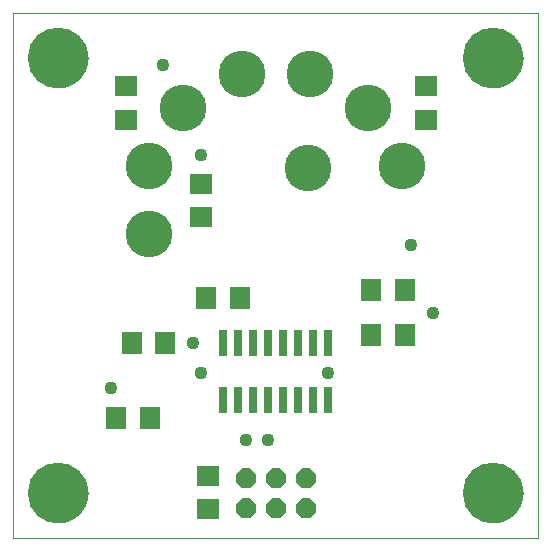
<source format=gts>
G75*
%MOIN*%
%OFA0B0*%
%FSLAX25Y25*%
%IPPOS*%
%LPD*%
%AMOC8*
5,1,8,0,0,1.08239X$1,22.5*
%
%ADD10C,0.00000*%
%ADD11C,0.20200*%
%ADD12R,0.07687X0.06899*%
%ADD13OC8,0.06600*%
%ADD14R,0.03000X0.08700*%
%ADD15R,0.06899X0.07687*%
%ADD16R,0.06899X0.07698*%
%ADD17R,0.07698X0.06899*%
%ADD18C,0.15600*%
%ADD19C,0.04362*%
D10*
X0001800Y0023933D02*
X0001800Y0198933D01*
X0176800Y0198933D01*
X0176800Y0023933D01*
X0001800Y0023933D01*
X0007000Y0038933D02*
X0007003Y0039174D01*
X0007012Y0039414D01*
X0007027Y0039654D01*
X0007047Y0039894D01*
X0007074Y0040133D01*
X0007106Y0040371D01*
X0007144Y0040608D01*
X0007188Y0040845D01*
X0007238Y0041080D01*
X0007294Y0041314D01*
X0007355Y0041547D01*
X0007422Y0041778D01*
X0007495Y0042007D01*
X0007573Y0042235D01*
X0007657Y0042460D01*
X0007746Y0042683D01*
X0007841Y0042904D01*
X0007941Y0043123D01*
X0008046Y0043339D01*
X0008157Y0043553D01*
X0008273Y0043763D01*
X0008394Y0043971D01*
X0008520Y0044176D01*
X0008652Y0044378D01*
X0008788Y0044576D01*
X0008929Y0044771D01*
X0009074Y0044962D01*
X0009224Y0045150D01*
X0009379Y0045334D01*
X0009539Y0045514D01*
X0009702Y0045690D01*
X0009870Y0045863D01*
X0010043Y0046031D01*
X0010219Y0046194D01*
X0010399Y0046354D01*
X0010583Y0046509D01*
X0010771Y0046659D01*
X0010962Y0046804D01*
X0011157Y0046945D01*
X0011355Y0047081D01*
X0011557Y0047213D01*
X0011762Y0047339D01*
X0011970Y0047460D01*
X0012180Y0047576D01*
X0012394Y0047687D01*
X0012610Y0047792D01*
X0012829Y0047892D01*
X0013050Y0047987D01*
X0013273Y0048076D01*
X0013498Y0048160D01*
X0013726Y0048238D01*
X0013955Y0048311D01*
X0014186Y0048378D01*
X0014419Y0048439D01*
X0014653Y0048495D01*
X0014888Y0048545D01*
X0015125Y0048589D01*
X0015362Y0048627D01*
X0015600Y0048659D01*
X0015839Y0048686D01*
X0016079Y0048706D01*
X0016319Y0048721D01*
X0016559Y0048730D01*
X0016800Y0048733D01*
X0017041Y0048730D01*
X0017281Y0048721D01*
X0017521Y0048706D01*
X0017761Y0048686D01*
X0018000Y0048659D01*
X0018238Y0048627D01*
X0018475Y0048589D01*
X0018712Y0048545D01*
X0018947Y0048495D01*
X0019181Y0048439D01*
X0019414Y0048378D01*
X0019645Y0048311D01*
X0019874Y0048238D01*
X0020102Y0048160D01*
X0020327Y0048076D01*
X0020550Y0047987D01*
X0020771Y0047892D01*
X0020990Y0047792D01*
X0021206Y0047687D01*
X0021420Y0047576D01*
X0021630Y0047460D01*
X0021838Y0047339D01*
X0022043Y0047213D01*
X0022245Y0047081D01*
X0022443Y0046945D01*
X0022638Y0046804D01*
X0022829Y0046659D01*
X0023017Y0046509D01*
X0023201Y0046354D01*
X0023381Y0046194D01*
X0023557Y0046031D01*
X0023730Y0045863D01*
X0023898Y0045690D01*
X0024061Y0045514D01*
X0024221Y0045334D01*
X0024376Y0045150D01*
X0024526Y0044962D01*
X0024671Y0044771D01*
X0024812Y0044576D01*
X0024948Y0044378D01*
X0025080Y0044176D01*
X0025206Y0043971D01*
X0025327Y0043763D01*
X0025443Y0043553D01*
X0025554Y0043339D01*
X0025659Y0043123D01*
X0025759Y0042904D01*
X0025854Y0042683D01*
X0025943Y0042460D01*
X0026027Y0042235D01*
X0026105Y0042007D01*
X0026178Y0041778D01*
X0026245Y0041547D01*
X0026306Y0041314D01*
X0026362Y0041080D01*
X0026412Y0040845D01*
X0026456Y0040608D01*
X0026494Y0040371D01*
X0026526Y0040133D01*
X0026553Y0039894D01*
X0026573Y0039654D01*
X0026588Y0039414D01*
X0026597Y0039174D01*
X0026600Y0038933D01*
X0026597Y0038692D01*
X0026588Y0038452D01*
X0026573Y0038212D01*
X0026553Y0037972D01*
X0026526Y0037733D01*
X0026494Y0037495D01*
X0026456Y0037258D01*
X0026412Y0037021D01*
X0026362Y0036786D01*
X0026306Y0036552D01*
X0026245Y0036319D01*
X0026178Y0036088D01*
X0026105Y0035859D01*
X0026027Y0035631D01*
X0025943Y0035406D01*
X0025854Y0035183D01*
X0025759Y0034962D01*
X0025659Y0034743D01*
X0025554Y0034527D01*
X0025443Y0034313D01*
X0025327Y0034103D01*
X0025206Y0033895D01*
X0025080Y0033690D01*
X0024948Y0033488D01*
X0024812Y0033290D01*
X0024671Y0033095D01*
X0024526Y0032904D01*
X0024376Y0032716D01*
X0024221Y0032532D01*
X0024061Y0032352D01*
X0023898Y0032176D01*
X0023730Y0032003D01*
X0023557Y0031835D01*
X0023381Y0031672D01*
X0023201Y0031512D01*
X0023017Y0031357D01*
X0022829Y0031207D01*
X0022638Y0031062D01*
X0022443Y0030921D01*
X0022245Y0030785D01*
X0022043Y0030653D01*
X0021838Y0030527D01*
X0021630Y0030406D01*
X0021420Y0030290D01*
X0021206Y0030179D01*
X0020990Y0030074D01*
X0020771Y0029974D01*
X0020550Y0029879D01*
X0020327Y0029790D01*
X0020102Y0029706D01*
X0019874Y0029628D01*
X0019645Y0029555D01*
X0019414Y0029488D01*
X0019181Y0029427D01*
X0018947Y0029371D01*
X0018712Y0029321D01*
X0018475Y0029277D01*
X0018238Y0029239D01*
X0018000Y0029207D01*
X0017761Y0029180D01*
X0017521Y0029160D01*
X0017281Y0029145D01*
X0017041Y0029136D01*
X0016800Y0029133D01*
X0016559Y0029136D01*
X0016319Y0029145D01*
X0016079Y0029160D01*
X0015839Y0029180D01*
X0015600Y0029207D01*
X0015362Y0029239D01*
X0015125Y0029277D01*
X0014888Y0029321D01*
X0014653Y0029371D01*
X0014419Y0029427D01*
X0014186Y0029488D01*
X0013955Y0029555D01*
X0013726Y0029628D01*
X0013498Y0029706D01*
X0013273Y0029790D01*
X0013050Y0029879D01*
X0012829Y0029974D01*
X0012610Y0030074D01*
X0012394Y0030179D01*
X0012180Y0030290D01*
X0011970Y0030406D01*
X0011762Y0030527D01*
X0011557Y0030653D01*
X0011355Y0030785D01*
X0011157Y0030921D01*
X0010962Y0031062D01*
X0010771Y0031207D01*
X0010583Y0031357D01*
X0010399Y0031512D01*
X0010219Y0031672D01*
X0010043Y0031835D01*
X0009870Y0032003D01*
X0009702Y0032176D01*
X0009539Y0032352D01*
X0009379Y0032532D01*
X0009224Y0032716D01*
X0009074Y0032904D01*
X0008929Y0033095D01*
X0008788Y0033290D01*
X0008652Y0033488D01*
X0008520Y0033690D01*
X0008394Y0033895D01*
X0008273Y0034103D01*
X0008157Y0034313D01*
X0008046Y0034527D01*
X0007941Y0034743D01*
X0007841Y0034962D01*
X0007746Y0035183D01*
X0007657Y0035406D01*
X0007573Y0035631D01*
X0007495Y0035859D01*
X0007422Y0036088D01*
X0007355Y0036319D01*
X0007294Y0036552D01*
X0007238Y0036786D01*
X0007188Y0037021D01*
X0007144Y0037258D01*
X0007106Y0037495D01*
X0007074Y0037733D01*
X0007047Y0037972D01*
X0007027Y0038212D01*
X0007012Y0038452D01*
X0007003Y0038692D01*
X0007000Y0038933D01*
X0007000Y0183933D02*
X0007003Y0184174D01*
X0007012Y0184414D01*
X0007027Y0184654D01*
X0007047Y0184894D01*
X0007074Y0185133D01*
X0007106Y0185371D01*
X0007144Y0185608D01*
X0007188Y0185845D01*
X0007238Y0186080D01*
X0007294Y0186314D01*
X0007355Y0186547D01*
X0007422Y0186778D01*
X0007495Y0187007D01*
X0007573Y0187235D01*
X0007657Y0187460D01*
X0007746Y0187683D01*
X0007841Y0187904D01*
X0007941Y0188123D01*
X0008046Y0188339D01*
X0008157Y0188553D01*
X0008273Y0188763D01*
X0008394Y0188971D01*
X0008520Y0189176D01*
X0008652Y0189378D01*
X0008788Y0189576D01*
X0008929Y0189771D01*
X0009074Y0189962D01*
X0009224Y0190150D01*
X0009379Y0190334D01*
X0009539Y0190514D01*
X0009702Y0190690D01*
X0009870Y0190863D01*
X0010043Y0191031D01*
X0010219Y0191194D01*
X0010399Y0191354D01*
X0010583Y0191509D01*
X0010771Y0191659D01*
X0010962Y0191804D01*
X0011157Y0191945D01*
X0011355Y0192081D01*
X0011557Y0192213D01*
X0011762Y0192339D01*
X0011970Y0192460D01*
X0012180Y0192576D01*
X0012394Y0192687D01*
X0012610Y0192792D01*
X0012829Y0192892D01*
X0013050Y0192987D01*
X0013273Y0193076D01*
X0013498Y0193160D01*
X0013726Y0193238D01*
X0013955Y0193311D01*
X0014186Y0193378D01*
X0014419Y0193439D01*
X0014653Y0193495D01*
X0014888Y0193545D01*
X0015125Y0193589D01*
X0015362Y0193627D01*
X0015600Y0193659D01*
X0015839Y0193686D01*
X0016079Y0193706D01*
X0016319Y0193721D01*
X0016559Y0193730D01*
X0016800Y0193733D01*
X0017041Y0193730D01*
X0017281Y0193721D01*
X0017521Y0193706D01*
X0017761Y0193686D01*
X0018000Y0193659D01*
X0018238Y0193627D01*
X0018475Y0193589D01*
X0018712Y0193545D01*
X0018947Y0193495D01*
X0019181Y0193439D01*
X0019414Y0193378D01*
X0019645Y0193311D01*
X0019874Y0193238D01*
X0020102Y0193160D01*
X0020327Y0193076D01*
X0020550Y0192987D01*
X0020771Y0192892D01*
X0020990Y0192792D01*
X0021206Y0192687D01*
X0021420Y0192576D01*
X0021630Y0192460D01*
X0021838Y0192339D01*
X0022043Y0192213D01*
X0022245Y0192081D01*
X0022443Y0191945D01*
X0022638Y0191804D01*
X0022829Y0191659D01*
X0023017Y0191509D01*
X0023201Y0191354D01*
X0023381Y0191194D01*
X0023557Y0191031D01*
X0023730Y0190863D01*
X0023898Y0190690D01*
X0024061Y0190514D01*
X0024221Y0190334D01*
X0024376Y0190150D01*
X0024526Y0189962D01*
X0024671Y0189771D01*
X0024812Y0189576D01*
X0024948Y0189378D01*
X0025080Y0189176D01*
X0025206Y0188971D01*
X0025327Y0188763D01*
X0025443Y0188553D01*
X0025554Y0188339D01*
X0025659Y0188123D01*
X0025759Y0187904D01*
X0025854Y0187683D01*
X0025943Y0187460D01*
X0026027Y0187235D01*
X0026105Y0187007D01*
X0026178Y0186778D01*
X0026245Y0186547D01*
X0026306Y0186314D01*
X0026362Y0186080D01*
X0026412Y0185845D01*
X0026456Y0185608D01*
X0026494Y0185371D01*
X0026526Y0185133D01*
X0026553Y0184894D01*
X0026573Y0184654D01*
X0026588Y0184414D01*
X0026597Y0184174D01*
X0026600Y0183933D01*
X0026597Y0183692D01*
X0026588Y0183452D01*
X0026573Y0183212D01*
X0026553Y0182972D01*
X0026526Y0182733D01*
X0026494Y0182495D01*
X0026456Y0182258D01*
X0026412Y0182021D01*
X0026362Y0181786D01*
X0026306Y0181552D01*
X0026245Y0181319D01*
X0026178Y0181088D01*
X0026105Y0180859D01*
X0026027Y0180631D01*
X0025943Y0180406D01*
X0025854Y0180183D01*
X0025759Y0179962D01*
X0025659Y0179743D01*
X0025554Y0179527D01*
X0025443Y0179313D01*
X0025327Y0179103D01*
X0025206Y0178895D01*
X0025080Y0178690D01*
X0024948Y0178488D01*
X0024812Y0178290D01*
X0024671Y0178095D01*
X0024526Y0177904D01*
X0024376Y0177716D01*
X0024221Y0177532D01*
X0024061Y0177352D01*
X0023898Y0177176D01*
X0023730Y0177003D01*
X0023557Y0176835D01*
X0023381Y0176672D01*
X0023201Y0176512D01*
X0023017Y0176357D01*
X0022829Y0176207D01*
X0022638Y0176062D01*
X0022443Y0175921D01*
X0022245Y0175785D01*
X0022043Y0175653D01*
X0021838Y0175527D01*
X0021630Y0175406D01*
X0021420Y0175290D01*
X0021206Y0175179D01*
X0020990Y0175074D01*
X0020771Y0174974D01*
X0020550Y0174879D01*
X0020327Y0174790D01*
X0020102Y0174706D01*
X0019874Y0174628D01*
X0019645Y0174555D01*
X0019414Y0174488D01*
X0019181Y0174427D01*
X0018947Y0174371D01*
X0018712Y0174321D01*
X0018475Y0174277D01*
X0018238Y0174239D01*
X0018000Y0174207D01*
X0017761Y0174180D01*
X0017521Y0174160D01*
X0017281Y0174145D01*
X0017041Y0174136D01*
X0016800Y0174133D01*
X0016559Y0174136D01*
X0016319Y0174145D01*
X0016079Y0174160D01*
X0015839Y0174180D01*
X0015600Y0174207D01*
X0015362Y0174239D01*
X0015125Y0174277D01*
X0014888Y0174321D01*
X0014653Y0174371D01*
X0014419Y0174427D01*
X0014186Y0174488D01*
X0013955Y0174555D01*
X0013726Y0174628D01*
X0013498Y0174706D01*
X0013273Y0174790D01*
X0013050Y0174879D01*
X0012829Y0174974D01*
X0012610Y0175074D01*
X0012394Y0175179D01*
X0012180Y0175290D01*
X0011970Y0175406D01*
X0011762Y0175527D01*
X0011557Y0175653D01*
X0011355Y0175785D01*
X0011157Y0175921D01*
X0010962Y0176062D01*
X0010771Y0176207D01*
X0010583Y0176357D01*
X0010399Y0176512D01*
X0010219Y0176672D01*
X0010043Y0176835D01*
X0009870Y0177003D01*
X0009702Y0177176D01*
X0009539Y0177352D01*
X0009379Y0177532D01*
X0009224Y0177716D01*
X0009074Y0177904D01*
X0008929Y0178095D01*
X0008788Y0178290D01*
X0008652Y0178488D01*
X0008520Y0178690D01*
X0008394Y0178895D01*
X0008273Y0179103D01*
X0008157Y0179313D01*
X0008046Y0179527D01*
X0007941Y0179743D01*
X0007841Y0179962D01*
X0007746Y0180183D01*
X0007657Y0180406D01*
X0007573Y0180631D01*
X0007495Y0180859D01*
X0007422Y0181088D01*
X0007355Y0181319D01*
X0007294Y0181552D01*
X0007238Y0181786D01*
X0007188Y0182021D01*
X0007144Y0182258D01*
X0007106Y0182495D01*
X0007074Y0182733D01*
X0007047Y0182972D01*
X0007027Y0183212D01*
X0007012Y0183452D01*
X0007003Y0183692D01*
X0007000Y0183933D01*
X0152000Y0183933D02*
X0152003Y0184174D01*
X0152012Y0184414D01*
X0152027Y0184654D01*
X0152047Y0184894D01*
X0152074Y0185133D01*
X0152106Y0185371D01*
X0152144Y0185608D01*
X0152188Y0185845D01*
X0152238Y0186080D01*
X0152294Y0186314D01*
X0152355Y0186547D01*
X0152422Y0186778D01*
X0152495Y0187007D01*
X0152573Y0187235D01*
X0152657Y0187460D01*
X0152746Y0187683D01*
X0152841Y0187904D01*
X0152941Y0188123D01*
X0153046Y0188339D01*
X0153157Y0188553D01*
X0153273Y0188763D01*
X0153394Y0188971D01*
X0153520Y0189176D01*
X0153652Y0189378D01*
X0153788Y0189576D01*
X0153929Y0189771D01*
X0154074Y0189962D01*
X0154224Y0190150D01*
X0154379Y0190334D01*
X0154539Y0190514D01*
X0154702Y0190690D01*
X0154870Y0190863D01*
X0155043Y0191031D01*
X0155219Y0191194D01*
X0155399Y0191354D01*
X0155583Y0191509D01*
X0155771Y0191659D01*
X0155962Y0191804D01*
X0156157Y0191945D01*
X0156355Y0192081D01*
X0156557Y0192213D01*
X0156762Y0192339D01*
X0156970Y0192460D01*
X0157180Y0192576D01*
X0157394Y0192687D01*
X0157610Y0192792D01*
X0157829Y0192892D01*
X0158050Y0192987D01*
X0158273Y0193076D01*
X0158498Y0193160D01*
X0158726Y0193238D01*
X0158955Y0193311D01*
X0159186Y0193378D01*
X0159419Y0193439D01*
X0159653Y0193495D01*
X0159888Y0193545D01*
X0160125Y0193589D01*
X0160362Y0193627D01*
X0160600Y0193659D01*
X0160839Y0193686D01*
X0161079Y0193706D01*
X0161319Y0193721D01*
X0161559Y0193730D01*
X0161800Y0193733D01*
X0162041Y0193730D01*
X0162281Y0193721D01*
X0162521Y0193706D01*
X0162761Y0193686D01*
X0163000Y0193659D01*
X0163238Y0193627D01*
X0163475Y0193589D01*
X0163712Y0193545D01*
X0163947Y0193495D01*
X0164181Y0193439D01*
X0164414Y0193378D01*
X0164645Y0193311D01*
X0164874Y0193238D01*
X0165102Y0193160D01*
X0165327Y0193076D01*
X0165550Y0192987D01*
X0165771Y0192892D01*
X0165990Y0192792D01*
X0166206Y0192687D01*
X0166420Y0192576D01*
X0166630Y0192460D01*
X0166838Y0192339D01*
X0167043Y0192213D01*
X0167245Y0192081D01*
X0167443Y0191945D01*
X0167638Y0191804D01*
X0167829Y0191659D01*
X0168017Y0191509D01*
X0168201Y0191354D01*
X0168381Y0191194D01*
X0168557Y0191031D01*
X0168730Y0190863D01*
X0168898Y0190690D01*
X0169061Y0190514D01*
X0169221Y0190334D01*
X0169376Y0190150D01*
X0169526Y0189962D01*
X0169671Y0189771D01*
X0169812Y0189576D01*
X0169948Y0189378D01*
X0170080Y0189176D01*
X0170206Y0188971D01*
X0170327Y0188763D01*
X0170443Y0188553D01*
X0170554Y0188339D01*
X0170659Y0188123D01*
X0170759Y0187904D01*
X0170854Y0187683D01*
X0170943Y0187460D01*
X0171027Y0187235D01*
X0171105Y0187007D01*
X0171178Y0186778D01*
X0171245Y0186547D01*
X0171306Y0186314D01*
X0171362Y0186080D01*
X0171412Y0185845D01*
X0171456Y0185608D01*
X0171494Y0185371D01*
X0171526Y0185133D01*
X0171553Y0184894D01*
X0171573Y0184654D01*
X0171588Y0184414D01*
X0171597Y0184174D01*
X0171600Y0183933D01*
X0171597Y0183692D01*
X0171588Y0183452D01*
X0171573Y0183212D01*
X0171553Y0182972D01*
X0171526Y0182733D01*
X0171494Y0182495D01*
X0171456Y0182258D01*
X0171412Y0182021D01*
X0171362Y0181786D01*
X0171306Y0181552D01*
X0171245Y0181319D01*
X0171178Y0181088D01*
X0171105Y0180859D01*
X0171027Y0180631D01*
X0170943Y0180406D01*
X0170854Y0180183D01*
X0170759Y0179962D01*
X0170659Y0179743D01*
X0170554Y0179527D01*
X0170443Y0179313D01*
X0170327Y0179103D01*
X0170206Y0178895D01*
X0170080Y0178690D01*
X0169948Y0178488D01*
X0169812Y0178290D01*
X0169671Y0178095D01*
X0169526Y0177904D01*
X0169376Y0177716D01*
X0169221Y0177532D01*
X0169061Y0177352D01*
X0168898Y0177176D01*
X0168730Y0177003D01*
X0168557Y0176835D01*
X0168381Y0176672D01*
X0168201Y0176512D01*
X0168017Y0176357D01*
X0167829Y0176207D01*
X0167638Y0176062D01*
X0167443Y0175921D01*
X0167245Y0175785D01*
X0167043Y0175653D01*
X0166838Y0175527D01*
X0166630Y0175406D01*
X0166420Y0175290D01*
X0166206Y0175179D01*
X0165990Y0175074D01*
X0165771Y0174974D01*
X0165550Y0174879D01*
X0165327Y0174790D01*
X0165102Y0174706D01*
X0164874Y0174628D01*
X0164645Y0174555D01*
X0164414Y0174488D01*
X0164181Y0174427D01*
X0163947Y0174371D01*
X0163712Y0174321D01*
X0163475Y0174277D01*
X0163238Y0174239D01*
X0163000Y0174207D01*
X0162761Y0174180D01*
X0162521Y0174160D01*
X0162281Y0174145D01*
X0162041Y0174136D01*
X0161800Y0174133D01*
X0161559Y0174136D01*
X0161319Y0174145D01*
X0161079Y0174160D01*
X0160839Y0174180D01*
X0160600Y0174207D01*
X0160362Y0174239D01*
X0160125Y0174277D01*
X0159888Y0174321D01*
X0159653Y0174371D01*
X0159419Y0174427D01*
X0159186Y0174488D01*
X0158955Y0174555D01*
X0158726Y0174628D01*
X0158498Y0174706D01*
X0158273Y0174790D01*
X0158050Y0174879D01*
X0157829Y0174974D01*
X0157610Y0175074D01*
X0157394Y0175179D01*
X0157180Y0175290D01*
X0156970Y0175406D01*
X0156762Y0175527D01*
X0156557Y0175653D01*
X0156355Y0175785D01*
X0156157Y0175921D01*
X0155962Y0176062D01*
X0155771Y0176207D01*
X0155583Y0176357D01*
X0155399Y0176512D01*
X0155219Y0176672D01*
X0155043Y0176835D01*
X0154870Y0177003D01*
X0154702Y0177176D01*
X0154539Y0177352D01*
X0154379Y0177532D01*
X0154224Y0177716D01*
X0154074Y0177904D01*
X0153929Y0178095D01*
X0153788Y0178290D01*
X0153652Y0178488D01*
X0153520Y0178690D01*
X0153394Y0178895D01*
X0153273Y0179103D01*
X0153157Y0179313D01*
X0153046Y0179527D01*
X0152941Y0179743D01*
X0152841Y0179962D01*
X0152746Y0180183D01*
X0152657Y0180406D01*
X0152573Y0180631D01*
X0152495Y0180859D01*
X0152422Y0181088D01*
X0152355Y0181319D01*
X0152294Y0181552D01*
X0152238Y0181786D01*
X0152188Y0182021D01*
X0152144Y0182258D01*
X0152106Y0182495D01*
X0152074Y0182733D01*
X0152047Y0182972D01*
X0152027Y0183212D01*
X0152012Y0183452D01*
X0152003Y0183692D01*
X0152000Y0183933D01*
X0152000Y0038933D02*
X0152003Y0039174D01*
X0152012Y0039414D01*
X0152027Y0039654D01*
X0152047Y0039894D01*
X0152074Y0040133D01*
X0152106Y0040371D01*
X0152144Y0040608D01*
X0152188Y0040845D01*
X0152238Y0041080D01*
X0152294Y0041314D01*
X0152355Y0041547D01*
X0152422Y0041778D01*
X0152495Y0042007D01*
X0152573Y0042235D01*
X0152657Y0042460D01*
X0152746Y0042683D01*
X0152841Y0042904D01*
X0152941Y0043123D01*
X0153046Y0043339D01*
X0153157Y0043553D01*
X0153273Y0043763D01*
X0153394Y0043971D01*
X0153520Y0044176D01*
X0153652Y0044378D01*
X0153788Y0044576D01*
X0153929Y0044771D01*
X0154074Y0044962D01*
X0154224Y0045150D01*
X0154379Y0045334D01*
X0154539Y0045514D01*
X0154702Y0045690D01*
X0154870Y0045863D01*
X0155043Y0046031D01*
X0155219Y0046194D01*
X0155399Y0046354D01*
X0155583Y0046509D01*
X0155771Y0046659D01*
X0155962Y0046804D01*
X0156157Y0046945D01*
X0156355Y0047081D01*
X0156557Y0047213D01*
X0156762Y0047339D01*
X0156970Y0047460D01*
X0157180Y0047576D01*
X0157394Y0047687D01*
X0157610Y0047792D01*
X0157829Y0047892D01*
X0158050Y0047987D01*
X0158273Y0048076D01*
X0158498Y0048160D01*
X0158726Y0048238D01*
X0158955Y0048311D01*
X0159186Y0048378D01*
X0159419Y0048439D01*
X0159653Y0048495D01*
X0159888Y0048545D01*
X0160125Y0048589D01*
X0160362Y0048627D01*
X0160600Y0048659D01*
X0160839Y0048686D01*
X0161079Y0048706D01*
X0161319Y0048721D01*
X0161559Y0048730D01*
X0161800Y0048733D01*
X0162041Y0048730D01*
X0162281Y0048721D01*
X0162521Y0048706D01*
X0162761Y0048686D01*
X0163000Y0048659D01*
X0163238Y0048627D01*
X0163475Y0048589D01*
X0163712Y0048545D01*
X0163947Y0048495D01*
X0164181Y0048439D01*
X0164414Y0048378D01*
X0164645Y0048311D01*
X0164874Y0048238D01*
X0165102Y0048160D01*
X0165327Y0048076D01*
X0165550Y0047987D01*
X0165771Y0047892D01*
X0165990Y0047792D01*
X0166206Y0047687D01*
X0166420Y0047576D01*
X0166630Y0047460D01*
X0166838Y0047339D01*
X0167043Y0047213D01*
X0167245Y0047081D01*
X0167443Y0046945D01*
X0167638Y0046804D01*
X0167829Y0046659D01*
X0168017Y0046509D01*
X0168201Y0046354D01*
X0168381Y0046194D01*
X0168557Y0046031D01*
X0168730Y0045863D01*
X0168898Y0045690D01*
X0169061Y0045514D01*
X0169221Y0045334D01*
X0169376Y0045150D01*
X0169526Y0044962D01*
X0169671Y0044771D01*
X0169812Y0044576D01*
X0169948Y0044378D01*
X0170080Y0044176D01*
X0170206Y0043971D01*
X0170327Y0043763D01*
X0170443Y0043553D01*
X0170554Y0043339D01*
X0170659Y0043123D01*
X0170759Y0042904D01*
X0170854Y0042683D01*
X0170943Y0042460D01*
X0171027Y0042235D01*
X0171105Y0042007D01*
X0171178Y0041778D01*
X0171245Y0041547D01*
X0171306Y0041314D01*
X0171362Y0041080D01*
X0171412Y0040845D01*
X0171456Y0040608D01*
X0171494Y0040371D01*
X0171526Y0040133D01*
X0171553Y0039894D01*
X0171573Y0039654D01*
X0171588Y0039414D01*
X0171597Y0039174D01*
X0171600Y0038933D01*
X0171597Y0038692D01*
X0171588Y0038452D01*
X0171573Y0038212D01*
X0171553Y0037972D01*
X0171526Y0037733D01*
X0171494Y0037495D01*
X0171456Y0037258D01*
X0171412Y0037021D01*
X0171362Y0036786D01*
X0171306Y0036552D01*
X0171245Y0036319D01*
X0171178Y0036088D01*
X0171105Y0035859D01*
X0171027Y0035631D01*
X0170943Y0035406D01*
X0170854Y0035183D01*
X0170759Y0034962D01*
X0170659Y0034743D01*
X0170554Y0034527D01*
X0170443Y0034313D01*
X0170327Y0034103D01*
X0170206Y0033895D01*
X0170080Y0033690D01*
X0169948Y0033488D01*
X0169812Y0033290D01*
X0169671Y0033095D01*
X0169526Y0032904D01*
X0169376Y0032716D01*
X0169221Y0032532D01*
X0169061Y0032352D01*
X0168898Y0032176D01*
X0168730Y0032003D01*
X0168557Y0031835D01*
X0168381Y0031672D01*
X0168201Y0031512D01*
X0168017Y0031357D01*
X0167829Y0031207D01*
X0167638Y0031062D01*
X0167443Y0030921D01*
X0167245Y0030785D01*
X0167043Y0030653D01*
X0166838Y0030527D01*
X0166630Y0030406D01*
X0166420Y0030290D01*
X0166206Y0030179D01*
X0165990Y0030074D01*
X0165771Y0029974D01*
X0165550Y0029879D01*
X0165327Y0029790D01*
X0165102Y0029706D01*
X0164874Y0029628D01*
X0164645Y0029555D01*
X0164414Y0029488D01*
X0164181Y0029427D01*
X0163947Y0029371D01*
X0163712Y0029321D01*
X0163475Y0029277D01*
X0163238Y0029239D01*
X0163000Y0029207D01*
X0162761Y0029180D01*
X0162521Y0029160D01*
X0162281Y0029145D01*
X0162041Y0029136D01*
X0161800Y0029133D01*
X0161559Y0029136D01*
X0161319Y0029145D01*
X0161079Y0029160D01*
X0160839Y0029180D01*
X0160600Y0029207D01*
X0160362Y0029239D01*
X0160125Y0029277D01*
X0159888Y0029321D01*
X0159653Y0029371D01*
X0159419Y0029427D01*
X0159186Y0029488D01*
X0158955Y0029555D01*
X0158726Y0029628D01*
X0158498Y0029706D01*
X0158273Y0029790D01*
X0158050Y0029879D01*
X0157829Y0029974D01*
X0157610Y0030074D01*
X0157394Y0030179D01*
X0157180Y0030290D01*
X0156970Y0030406D01*
X0156762Y0030527D01*
X0156557Y0030653D01*
X0156355Y0030785D01*
X0156157Y0030921D01*
X0155962Y0031062D01*
X0155771Y0031207D01*
X0155583Y0031357D01*
X0155399Y0031512D01*
X0155219Y0031672D01*
X0155043Y0031835D01*
X0154870Y0032003D01*
X0154702Y0032176D01*
X0154539Y0032352D01*
X0154379Y0032532D01*
X0154224Y0032716D01*
X0154074Y0032904D01*
X0153929Y0033095D01*
X0153788Y0033290D01*
X0153652Y0033488D01*
X0153520Y0033690D01*
X0153394Y0033895D01*
X0153273Y0034103D01*
X0153157Y0034313D01*
X0153046Y0034527D01*
X0152941Y0034743D01*
X0152841Y0034962D01*
X0152746Y0035183D01*
X0152657Y0035406D01*
X0152573Y0035631D01*
X0152495Y0035859D01*
X0152422Y0036088D01*
X0152355Y0036319D01*
X0152294Y0036552D01*
X0152238Y0036786D01*
X0152188Y0037021D01*
X0152144Y0037258D01*
X0152106Y0037495D01*
X0152074Y0037733D01*
X0152047Y0037972D01*
X0152027Y0038212D01*
X0152012Y0038452D01*
X0152003Y0038692D01*
X0152000Y0038933D01*
D11*
X0161800Y0038933D03*
X0016800Y0038933D03*
X0016800Y0183933D03*
X0161800Y0183933D03*
D12*
X0066800Y0044445D03*
X0066800Y0033421D03*
D13*
X0079300Y0033933D03*
X0089300Y0033933D03*
X0099300Y0033933D03*
X0099300Y0043933D03*
X0089300Y0043933D03*
X0079300Y0043933D03*
D14*
X0076800Y0070033D03*
X0071800Y0070033D03*
X0081800Y0070033D03*
X0086800Y0070033D03*
X0091800Y0070033D03*
X0096800Y0070033D03*
X0101800Y0070033D03*
X0106800Y0070033D03*
X0106800Y0088933D03*
X0101800Y0088933D03*
X0096800Y0088933D03*
X0091800Y0088933D03*
X0086800Y0088933D03*
X0081800Y0088933D03*
X0076800Y0088933D03*
X0071800Y0088933D03*
D15*
X0052312Y0088933D03*
X0041288Y0088933D03*
D16*
X0066202Y0103933D03*
X0077398Y0103933D03*
X0047398Y0063933D03*
X0036202Y0063933D03*
X0121202Y0091433D03*
X0132398Y0091433D03*
X0132398Y0106433D03*
X0121202Y0106433D03*
D17*
X0139300Y0163335D03*
X0139300Y0174531D03*
X0064300Y0142031D03*
X0064300Y0130835D03*
X0039300Y0163335D03*
X0039300Y0174531D03*
D18*
X0058400Y0167333D03*
X0047090Y0147743D03*
X0047090Y0125123D03*
X0100010Y0147143D03*
X0120200Y0167333D03*
X0131510Y0147743D03*
X0100610Y0178643D03*
X0077990Y0178643D03*
D19*
X0051800Y0181433D03*
X0064300Y0151433D03*
X0061800Y0088933D03*
X0064300Y0078933D03*
X0079300Y0056433D03*
X0086800Y0056433D03*
X0106800Y0078933D03*
X0141800Y0098933D03*
X0134300Y0121433D03*
X0034300Y0073933D03*
M02*

</source>
